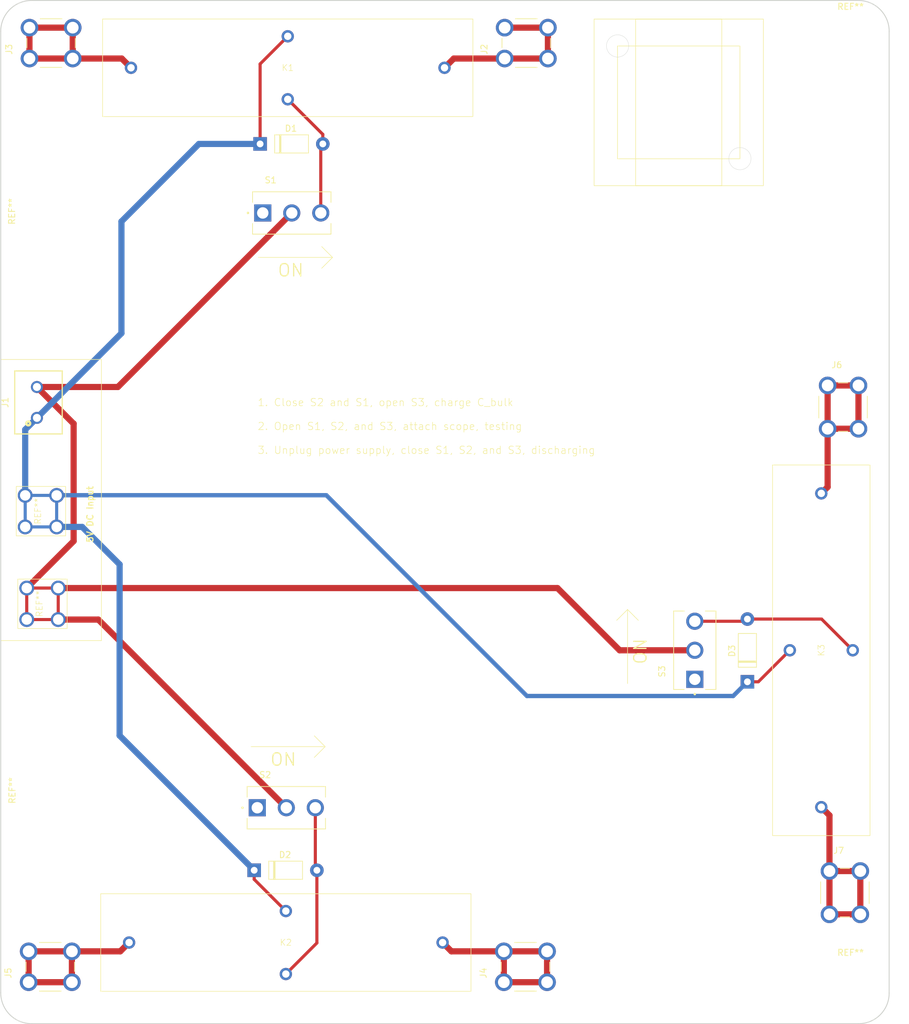
<source format=kicad_pcb>
(kicad_pcb (version 20241229) (generator "pcbnew") (generator_version "9.0")
  (layers (0 "F.Cu" signal) (2 "B.Cu" signal) (13 "F.Paste" user) (15 "B.Paste" user) (5 "F.SilkS" user "F.Silkscreen") (7 "B.SilkS" user "B.Silkscreen") (1 "F.Mask" user) (3 "B.Mask" user) (25 "Edge.Cuts" user))
  (net 0 "")
  (net 1 "GND")
  (net 2 "/7V")
  (net 3 "Net-(D1-C)")
  (net 4 "Net-(D2-C)")
  (net 5 "Net-(D3-C)")
  (net 6 "Net-(J2-1)")
  (net 7 "Net-(J3-1)")
  (net 8 "Net-(J4-1)")
  (net 9 "Net-(J5-1)")
  (net 10 "Net-(J6-1)")
  (net 11 "Net-(J7-1)")
  (footprint "ReedRelay:DAT70510" (layer "F.Cu") (at 155.5 126.8 90)
    (property "Reference" "K3" (at 0 0 90) (layer "F.SilkS") (effects (font (thickness 0.1))))
    (property "Value" "DAT70510")
    (fp_rect (start -30 -7.9) (end 30 7.9) (stroke (width 0.1)) (fill no) (layer "F.SilkS"))
    (pad "1" thru_hole circle (at -25.4 0 90) (size 2 2) (drill 1.2) (layers "*.Cu" "*.Mask") (net 11 "Net-(J7-1)"))
    (pad "2" thru_hole circle (at 25.4 0 90) (size 2 2) (drill 1.2) (layers "*.Cu" "*.Mask") (net 10 "Net-(J6-1)"))
    (pad "3" thru_hole circle (at 0 -5.1 90) (size 2 2) (drill 1.2) (layers "*.Cu" "*.Mask") (net 1 "GND"))
    (pad "4" thru_hole circle (at 0 5.1 90) (size 2 2) (drill 1.2) (layers "*.Cu" "*.Mask") (net 5 "Net-(D3-C)"))
  )
  (footprint "ReedRelay:SW_100SP1T1B1M2QEH" (layer "F.Cu") (at 69.695 56)
    (property "Reference" "S1" (at -3.425 -5.315 0) (layer "F.SilkS"))
    (property "Value" "100SP1T1B1M2QEH")
    (fp_line (start -6.35 -3.43) (end 6.35 -3.43) (stroke (width 0.127)) (layer "F.SilkS"))
    (fp_line (start -6.35 -1.7075) (end -6.35 -3.43) (stroke (width 0.127)) (layer "F.SilkS"))
    (fp_line (start -6.35 3.43) (end -6.35 1.7075) (stroke (width 0.127)) (layer "F.SilkS"))
    (fp_line (start 6.35 -3.43) (end 6.35 -1.7075) (stroke (width 0.127)) (layer "F.SilkS"))
    (fp_line (start 6.35 3.43) (end -6.35 3.43) (stroke (width 0.127)) (layer "F.SilkS"))
    (fp_line (start 6.35 3.43) (end 6.35 1.7075) (stroke (width 0.127)) (layer "F.SilkS"))
    (fp_circle (center -7.1 0) (end -7 0) (stroke (width 0.2)) (fill no) (layer "F.SilkS"))
    (pad "1" thru_hole rect (at -4.7 0) (size 2.775 2.775) (drill 1.85) (layers "*.Cu" "*.Mask"))
    (pad "2" thru_hole circle (at 0 0) (size 2.775 2.775) (drill 1.85) (layers "*.Cu" "*.Mask") (net 2 "/7V"))
    (pad "3" thru_hole circle (at 4.7 0) (size 2.775 2.775) (drill 1.85) (layers "*.Cu" "*.Mask") (net 3 "Net-(D1-C)"))
  )
  (footprint "MountingHole:MountingHole_4.3mm_M4" (layer "F.Cu") (at 160.25 181)
    (property "Reference" "REF**" (at 0 -5.25 0) (layer "F.SilkS"))
    (property "Value" "MountingHole_4.3mm_M4")
    (pad "" np_thru_hole circle (at 0 0) (size 4.3 4.3) (drill 4.3) (layers "*.Cu" "*.Mask"))
  )
  (footprint "ReedRelay:KEYSTONE_8191-SEMS" (layer "F.Cu") (at 107.695 28.5 90)
    (property "Reference" "J2" (at -1.01 -6.815 90) (layer "F.SilkS"))
    (property "Value" "8191-SEMS")
    (fp_line (start -0.755 -3.935) (end 0.755 -3.935) (stroke (width 0.127)) (layer "F.SilkS"))
    (fp_line (start 3.935 -1.76) (end 3.935 1.76) (stroke (width 0.127)) (layer "F.SilkS"))
    (fp_line (start -3.935 -1.76) (end -3.935 1.76) (stroke (width 0.127)) (layer "F.SilkS"))
    (fp_line (start -0.755 3.935) (end 0.755 3.935) (stroke (width 0.127)) (layer "F.SilkS"))
    (pad "1_1" thru_hole circle (at -2.5 3.505 90) (size 2.85 2.85) (drill 1.9) (layers "*.Cu" "*.Mask") (net 6 "Net-(J2-1)"))
    (pad "1_2" thru_hole circle (at 2.5 3.505 90) (size 2.85 2.85) (drill 1.9) (layers "*.Cu" "*.Mask") (net 6 "Net-(J2-1)"))
    (pad "1_3" thru_hole circle (at 2.5 -3.505 90) (size 2.85 2.85) (drill 1.9) (layers "*.Cu" "*.Mask") (net 6 "Net-(J2-1)"))
    (pad "1_4" thru_hole circle (at -2.5 -3.505 90) (size 2.85 2.85) (drill 1.9) (layers "*.Cu" "*.Mask") (net 6 "Net-(J2-1)"))
  )
  (footprint "MountingHole:MountingHole_4.3mm_M4" (layer "F.Cu") (at 160.25 27.85)
    (property "Reference" "REF**" (at 0 -5.25 0) (layer "F.SilkS"))
    (property "Value" "MountingHole_4.3mm_M4")
    (pad "" np_thru_hole circle (at 0 0) (size 4.3 4.3) (drill 4.3) (layers "*.Cu" "*.Mask"))
  )
  (footprint "ReedRelay:P1_DO-41" (layer "F.Cu") (at 143.525 131.905 90)
    (property "Reference" "D3" (at 5 -2.5 90) (layer "F.SilkS"))
    (property "Value" "EM513")
    (fp_line (start 7.83 -1.47) (end 7.83 1.47) (stroke (width 0.12)) (layer "F.SilkS"))
    (fp_line (start 7.8 -1.47) (end 2.36 -1.47) (stroke (width 0.12)) (layer "F.SilkS"))
    (fp_line (start 3.38 -1.47) (end 3.38 1.47) (stroke (width 0.12)) (layer "F.SilkS"))
    (fp_line (start 3.26 -1.47) (end 3.26 1.47) (stroke (width 0.12)) (layer "F.SilkS"))
    (fp_line (start 3.14 -1.47) (end 3.14 1.47) (stroke (width 0.12)) (layer "F.SilkS"))
    (fp_line (start 2.36 -1.47) (end 2.36 1.47) (stroke (width 0.12)) (layer "F.SilkS"))
    (fp_line (start 2.36 1.47) (end 7.8 1.47) (stroke (width 0.12)) (layer "F.SilkS"))
    (pad "1" thru_hole rect (at 0 0 90) (size 2.2 2.2) (drill 1.1) (layers "*.Cu" "*.Mask") (net 1 "GND"))
    (pad "2" thru_hole oval (at 10.16 0 90) (size 2.2 2.2) (drill 1.1) (layers "*.Cu" "*.Mask") (net 5 "Net-(D3-C)"))
  )
  (footprint "ReedRelay:SW_100SP1T1B1M2QEH" (layer "F.Cu") (at 68.81 152.29)
    (property "Reference" "S2" (at -3.425 -5.315 0) (layer "F.SilkS"))
    (property "Value" "100SP1T1B1M2QEH")
    (fp_line (start -6.35 -3.43) (end 6.35 -3.43) (stroke (width 0.127)) (layer "F.SilkS"))
    (fp_line (start -6.35 -1.7075) (end -6.35 -3.43) (stroke (width 0.127)) (layer "F.SilkS"))
    (fp_line (start -6.35 3.43) (end -6.35 1.7075) (stroke (width 0.127)) (layer "F.SilkS"))
    (fp_line (start 6.35 -3.43) (end 6.35 -1.7075) (stroke (width 0.127)) (layer "F.SilkS"))
    (fp_line (start 6.35 3.43) (end -6.35 3.43) (stroke (width 0.127)) (layer "F.SilkS"))
    (fp_line (start 6.35 3.43) (end 6.35 1.7075) (stroke (width 0.127)) (layer "F.SilkS"))
    (fp_circle (center -7.1 0) (end -7 0) (stroke (width 0.2)) (fill no) (layer "F.SilkS"))
    (pad "1" thru_hole rect (at -4.7 0) (size 2.775 2.775) (drill 1.85) (layers "*.Cu" "*.Mask"))
    (pad "2" thru_hole circle (at 0 0) (size 2.775 2.775) (drill 1.85) (layers "*.Cu" "*.Mask") (net 2 "/7V"))
    (pad "3" thru_hole circle (at 4.7 0) (size 2.775 2.775) (drill 1.85) (layers "*.Cu" "*.Mask") (net 4 "Net-(D2-C)"))
  )
  (footprint "ReedRelay:KEYSTONE_8191-SEMS" (layer "F.Cu") (at 107.56 178.04 90)
    (property "Reference" "J4" (at -1.01 -6.815 90) (layer "F.SilkS"))
    (property "Value" "8191-SEMS")
    (fp_line (start -0.755 -3.935) (end 0.755 -3.935) (stroke (width 0.127)) (layer "F.SilkS"))
    (fp_line (start 3.935 -1.76) (end 3.935 1.76) (stroke (width 0.127)) (layer "F.SilkS"))
    (fp_line (start -3.935 -1.76) (end -3.935 1.76) (stroke (width 0.127)) (layer "F.SilkS"))
    (fp_line (start -0.755 3.935) (end 0.755 3.935) (stroke (width 0.127)) (layer "F.SilkS"))
    (pad "1_1" thru_hole circle (at -2.5 3.505 90) (size 2.85 2.85) (drill 1.9) (layers "*.Cu" "*.Mask") (net 8 "Net-(J4-1)"))
    (pad "1_2" thru_hole circle (at 2.5 3.505 90) (size 2.85 2.85) (drill 1.9) (layers "*.Cu" "*.Mask") (net 8 "Net-(J4-1)"))
    (pad "1_3" thru_hole circle (at 2.5 -3.505 90) (size 2.85 2.85) (drill 1.9) (layers "*.Cu" "*.Mask") (net 8 "Net-(J4-1)"))
    (pad "1_4" thru_hole circle (at -2.5 -3.505 90) (size 2.85 2.85) (drill 1.9) (layers "*.Cu" "*.Mask") (net 8 "Net-(J4-1)"))
  )
  (footprint "ReedRelay:P1_DO-41" (layer "F.Cu") (at 64.565 44.825)
    (property "Reference" "D1" (at 5 -2.5 0) (layer "F.SilkS"))
    (property "Value" "EM513")
    (fp_line (start 2.36 -1.47) (end 2.36 1.47) (stroke (width 0.12)) (layer "F.SilkS"))
    (fp_line (start 2.36 1.47) (end 7.8 1.47) (stroke (width 0.12)) (layer "F.SilkS"))
    (fp_line (start 3.14 -1.47) (end 3.14 1.47) (stroke (width 0.12)) (layer "F.SilkS"))
    (fp_line (start 3.26 -1.47) (end 3.26 1.47) (stroke (width 0.12)) (layer "F.SilkS"))
    (fp_line (start 3.38 -1.47) (end 3.38 1.47) (stroke (width 0.12)) (layer "F.SilkS"))
    (fp_line (start 7.8 -1.47) (end 2.36 -1.47) (stroke (width 0.12)) (layer "F.SilkS"))
    (fp_line (start 7.83 -1.47) (end 7.83 1.47) (stroke (width 0.12)) (layer "F.SilkS"))
    (pad "1" thru_hole rect (at 0 0) (size 2.2 2.2) (drill 1.1) (layers "*.Cu" "*.Mask") (net 1 "GND"))
    (pad "2" thru_hole oval (at 10.16 0) (size 2.2 2.2) (drill 1.1) (layers "*.Cu" "*.Mask") (net 3 "Net-(D1-C)"))
  )
  (footprint "ReedRelay:SW_100SP1T1B1M2QEH" (layer "F.Cu") (at 135 126.8 90)
    (property "Reference" "S3" (at -3.425 -5.315 90) (layer "F.SilkS"))
    (property "Value" "100SP1T1B1M2QEH")
    (fp_line (start 6.35 -3.43) (end 6.35 -1.7075) (stroke (width 0.127)) (layer "F.SilkS"))
    (fp_line (start -6.35 -3.43) (end 6.35 -3.43) (stroke (width 0.127)) (layer "F.SilkS"))
    (fp_line (start -6.35 -1.7075) (end -6.35 -3.43) (stroke (width 0.127)) (layer "F.SilkS"))
    (fp_line (start 6.35 3.43) (end 6.35 1.7075) (stroke (width 0.127)) (layer "F.SilkS"))
    (fp_line (start 6.35 3.43) (end -6.35 3.43) (stroke (width 0.127)) (layer "F.SilkS"))
    (fp_line (start -6.35 3.43) (end -6.35 1.7075) (stroke (width 0.127)) (layer "F.SilkS"))
    (fp_circle (center -7.1 0) (end -7 0) (stroke (width 0.2)) (fill no) (layer "F.SilkS"))
    (pad "1" thru_hole rect (at -4.7 0 90) (size 2.775 2.775) (drill 1.85) (layers "*.Cu" "*.Mask"))
    (pad "2" thru_hole circle (at 0 0 90) (size 2.775 2.775) (drill 1.85) (layers "*.Cu" "*.Mask") (net 2 "/7V"))
    (pad "3" thru_hole circle (at 4.7 0 90) (size 2.775 2.775) (drill 1.85) (layers "*.Cu" "*.Mask") (net 5 "Net-(D3-C)"))
  )
  (footprint "MountingHole:MountingHole_4.3mm_M4" (layer "F.Cu") (at 29.65 149.5 90)
    (property "Reference" "REF**" (at 0 -5.25 90) (layer "F.SilkS"))
    (property "Value" "MountingHole_4.3mm_M4")
    (pad "" np_thru_hole circle (at 0 0 90) (size 4.3 4.3) (drill 4.3) (layers "*.Cu" "*.Mask"))
  )
  (footprint "ReedRelay:DAT70510" (layer "F.Cu") (at 68.735 174.115)
    (property "Reference" "K2" (at 0 0 0) (layer "F.SilkS") (effects (font (thickness 0.1))))
    (property "Value" "DAT70510")
    (fp_rect (start -30 -7.9) (end 30 7.9) (stroke (width 0.1)) (fill no) (layer "F.SilkS"))
    (pad "1" thru_hole circle (at -25.4 0) (size 2 2) (drill 1.2) (layers "*.Cu" "*.Mask") (net 9 "Net-(J5-1)"))
    (pad "2" thru_hole circle (at 25.4 0) (size 2 2) (drill 1.2) (layers "*.Cu" "*.Mask") (net 8 "Net-(J4-1)"))
    (pad "3" thru_hole circle (at 0 -5.1) (size 2 2) (drill 1.2) (layers "*.Cu" "*.Mask") (net 1 "GND"))
    (pad "4" thru_hole circle (at 0 5.1) (size 2 2) (drill 1.2) (layers "*.Cu" "*.Mask") (net 4 "Net-(D2-C)"))
  )
  (footprint "ReedRelay:KEYSTONE_8191-SEMS" (layer "F.Cu") (at 30.56 178.04 90)
    (property "Reference" "J5" (at -1.01 -6.815 90) (layer "F.SilkS"))
    (property "Value" "8191-SEMS")
    (fp_line (start -0.755 -3.935) (end 0.755 -3.935) (stroke (width 0.127)) (layer "F.SilkS"))
    (fp_line (start 3.935 -1.76) (end 3.935 1.76) (stroke (width 0.127)) (layer "F.SilkS"))
    (fp_line (start -3.935 -1.76) (end -3.935 1.76) (stroke (width 0.127)) (layer "F.SilkS"))
    (fp_line (start -0.755 3.935) (end 0.755 3.935) (stroke (width 0.127)) (layer "F.SilkS"))
    (pad "1_1" thru_hole circle (at -2.5 3.505 90) (size 2.85 2.85) (drill 1.9) (layers "*.Cu" "*.Mask") (net 9 "Net-(J5-1)"))
    (pad "1_2" thru_hole circle (at 2.5 3.505 90) (size 2.85 2.85) (drill 1.9) (layers "*.Cu" "*.Mask") (net 9 "Net-(J5-1)"))
    (pad "1_3" thru_hole circle (at 2.5 -3.505 90) (size 2.85 2.85) (drill 1.9) (layers "*.Cu" "*.Mask") (net 9 "Net-(J5-1)"))
    (pad "1_4" thru_hole circle (at -2.5 -3.505 90) (size 2.85 2.85) (drill 1.9) (layers "*.Cu" "*.Mask") (net 9 "Net-(J5-1)"))
  )
  (footprint "VSI_DPT:691137710002" (layer "F.Cu") (at 28.3998 86.6774 90)
    (property "Reference" "J1" (at 0 -5.135 90) (layer "F.SilkS"))
    (property "Value" "691137710002")
    (fp_line (start 5.1 -3.6) (end 5.1 4.1) (stroke (width 0.2)) (layer "F.SilkS"))
    (fp_line (start -5.1 -3.6) (end 5.1 -3.6) (stroke (width 0.2)) (layer "F.SilkS"))
    (fp_line (start 5.1 4.1) (end -5.1 4.1) (stroke (width 0.2)) (layer "F.SilkS"))
    (fp_line (start -5.1 4.1) (end -5.1 -3.6) (stroke (width 0.2)) (layer "F.SilkS"))
    (fp_circle (center -3.4 -1.4) (end -3.3 -1.4) (stroke (width 0.4)) (fill no) (layer "F.SilkS"))
    (pad "1" thru_hole circle (at -2.5 0 90) (size 1.95 1.95) (drill 1.3) (layers "*.Cu" "*.Mask") (net 1 "GND"))
    (pad "2" thru_hole circle (at 2.5 0 90) (size 1.95 1.95) (drill 1.3) (layers "*.Cu" "*.Mask") (net 2 "/7V"))
  )
  (footprint "ReedRelay:KEYSTONE_8191-SEMS" (layer "F.Cu") (at 159.325 166.045)
    (property "Reference" "J7" (at -1.01 -6.815 0) (layer "F.SilkS"))
    (property "Value" "8191-SEMS")
    (fp_line (start -3.935 -1.76) (end -3.935 1.76) (stroke (width 0.127)) (layer "F.SilkS"))
    (fp_line (start -0.755 -3.935) (end 0.755 -3.935) (stroke (width 0.127)) (layer "F.SilkS"))
    (fp_line (start -0.755 3.935) (end 0.755 3.935) (stroke (width 0.127)) (layer "F.SilkS"))
    (fp_line (start 3.935 -1.76) (end 3.935 1.76) (stroke (width 0.127)) (layer "F.SilkS"))
    (pad "1_1" thru_hole circle (at -2.5 3.505) (size 2.85 2.85) (drill 1.9) (layers "*.Cu" "*.Mask") (net 11 "Net-(J7-1)"))
    (pad "1_2" thru_hole circle (at 2.5 3.505) (size 2.85 2.85) (drill 1.9) (layers "*.Cu" "*.Mask") (net 11 "Net-(J7-1)"))
    (pad "1_3" thru_hole circle (at 2.5 -3.505) (size 2.85 2.85) (drill 1.9) (layers "*.Cu" "*.Mask") (net 11 "Net-(J7-1)"))
    (pad "1_4" thru_hole circle (at -2.5 -3.505) (size 2.85 2.85) (drill 1.9) (layers "*.Cu" "*.Mask") (net 11 "Net-(J7-1)"))
  )
  (footprint "ReedRelay:KEYSTONE_8191-SEMS" (layer "F.Cu") (at 159.025 87.43)
    (property "Reference" "J6" (at -1.01 -6.815 0) (layer "F.SilkS"))
    (property "Value" "8191-SEMS")
    (fp_line (start -3.935 -1.76) (end -3.935 1.76) (stroke (width 0.127)) (layer "F.SilkS"))
    (fp_line (start -0.755 -3.935) (end 0.755 -3.935) (stroke (width 0.127)) (layer "F.SilkS"))
    (fp_line (start -0.755 3.935) (end 0.755 3.935) (stroke (width 0.127)) (layer "F.SilkS"))
    (fp_line (start 3.935 -1.76) (end 3.935 1.76) (stroke (width 0.127)) (layer "F.SilkS"))
    (pad "1_1" thru_hole circle (at -2.5 3.505) (size 2.85 2.85) (drill 1.9) (layers "*.Cu" "*.Mask") (net 10 "Net-(J6-1)"))
    (pad "1_2" thru_hole circle (at 2.5 3.505) (size 2.85 2.85) (drill 1.9) (layers "*.Cu" "*.Mask") (net 10 "Net-(J6-1)"))
    (pad "1_3" thru_hole circle (at 2.5 -3.505) (size 2.85 2.85) (drill 1.9) (layers "*.Cu" "*.Mask") (net 10 "Net-(J6-1)"))
    (pad "1_4" thru_hole circle (at -2.5 -3.505) (size 2.85 2.85) (drill 1.9) (layers "*.Cu" "*.Mask") (net 10 "Net-(J6-1)"))
  )
  (footprint "Connector:Banana_Jack_CT3151SP-0" (layer "F.Cu") (at 29.0498 104.2774 90)
    (property "Reference" "REF**" (at 0 -0.5 90) (layer "F.SilkS") (effects (font (thickness 0.1))))
    (property "Value" "CT3151SP-0")
    (fp_rect (start -4 -4) (end 4 4) (stroke (width 0.1)) (fill no) (layer "F.SilkS"))
    (pad "1" thru_hole circle (at 2.55 -2.55 90) (size 2.4 2.4) (drill 1.7) (layers "*.Cu" "*.Mask") (net 1 "GND"))
    (pad "2" thru_hole circle (at 2.55 2.55 90) (size 2.4 2.4) (drill 1.7) (layers "*.Cu" "*.Mask") (net 1 "GND"))
    (pad "3" thru_hole circle (at -2.55 2.55 90) (size 2.4 2.4) (drill 1.7) (layers "*.Cu" "*.Mask") (net 1 "GND"))
    (pad "4" thru_hole circle (at -2.55 -2.55 90) (size 2.4 2.4) (drill 1.7) (layers "*.Cu" "*.Mask") (net 1 "GND"))
  )
  (footprint "ReedRelay:KEYSTONE_8191-SEMS" (layer "F.Cu") (at 30.695 28.5 90)
    (property "Reference" "J3" (at -1.01 -6.815 90) (layer "F.SilkS"))
    (property "Value" "8191-SEMS")
    (fp_line (start -0.755 -3.935) (end 0.755 -3.935) (stroke (width 0.127)) (layer "F.SilkS"))
    (fp_line (start 3.935 -1.76) (end 3.935 1.76) (stroke (width 0.127)) (layer "F.SilkS"))
    (fp_line (start -3.935 -1.76) (end -3.935 1.76) (stroke (width 0.127)) (layer "F.SilkS"))
    (fp_line (start -0.755 3.935) (end 0.755 3.935) (stroke (width 0.127)) (layer "F.SilkS"))
    (pad "1_1" thru_hole circle (at -2.5 3.505 90) (size 2.85 2.85) (drill 1.9) (layers "*.Cu" "*.Mask") (net 7 "Net-(J3-1)"))
    (pad "1_2" thru_hole circle (at 2.5 3.505 90) (size 2.85 2.85) (drill 1.9) (layers "*.Cu" "*.Mask") (net 7 "Net-(J3-1)"))
    (pad "1_3" thru_hole circle (at 2.5 -3.505 90) (size 2.85 2.85) (drill 1.9) (layers "*.Cu" "*.Mask") (net 7 "Net-(J3-1)"))
    (pad "1_4" thru_hole circle (at -2.5 -3.505 90) (size 2.85 2.85) (drill 1.9) (layers "*.Cu" "*.Mask") (net 7 "Net-(J3-1)"))
  )
  (footprint "ReedRelay:DAT70510" (layer "F.Cu") (at 69.045 32.5)
    (property "Reference" "K1" (at 0 0 0) (layer "F.SilkS") (effects (font (thickness 0.1))))
    (property "Value" "DAT70510")
    (fp_rect (start -30 -7.9) (end 30 7.9) (stroke (width 0.1)) (fill no) (layer "F.SilkS"))
    (pad "1" thru_hole circle (at -25.4 0) (size 2 2) (drill 1.2) (layers "*.Cu" "*.Mask") (net 7 "Net-(J3-1)"))
    (pad "2" thru_hole circle (at 25.4 0) (size 2 2) (drill 1.2) (layers "*.Cu" "*.Mask") (net 6 "Net-(J2-1)"))
    (pad "3" thru_hole circle (at 0 -5.1) (size 2 2) (drill 1.2) (layers "*.Cu" "*.Mask") (net 1 "GND"))
    (pad "4" thru_hole circle (at 0 5.1) (size 2 2) (drill 1.2) (layers "*.Cu" "*.Mask") (net 3 "Net-(D1-C)"))
  )
  (footprint "MountingHole:MountingHole_4.3mm_M4" (layer "F.Cu") (at 29.6 55.75 90)
    (property "Reference" "REF**" (at 0 -5.25 90) (layer "F.SilkS"))
    (property "Value" "MountingHole_4.3mm_M4")
    (pad "" np_thru_hole circle (at 0 0 90) (size 4.3 4.3) (drill 4.3) (layers "*.Cu" "*.Mask"))
  )
  (footprint "Connector:Banana_Jack_CT3151SP-0" (layer "F.Cu") (at 29.2998 119.2774 90)
    (property "Reference" "REF**" (at 0 -0.5 90) (layer "F.SilkS") (effects (font (thickness 0.1))))
    (property "Value" "CT3151SP-0")
    (fp_rect (start -4 -4) (end 4 4) (stroke (width 0.1)) (fill no) (layer "F.SilkS"))
    (pad "1" thru_hole circle (at 2.55 -2.55 90) (size 2.4 2.4) (drill 1.7) (layers "*.Cu" "*.Mask") (net 2 "/7V"))
    (pad "2" thru_hole circle (at 2.55 2.55 90) (size 2.4 2.4) (drill 1.7) (layers "*.Cu" "*.Mask") (net 2 "/7V"))
    (pad "3" thru_hole circle (at -2.55 -2.55 90) (size 2.4 2.4) (drill 1.7) (layers "*.Cu" "*.Mask") (net 2 "/7V"))
    (pad "3" thru_hole circle (at -2.55 2.55 90) (size 2.4 2.4) (drill 1.7) (layers "*.Cu" "*.Mask") (net 2 "/7V"))
  )
  (footprint "ReedRelay:P1_DO-41" (layer "F.Cu") (at 63.605 162.415)
    (property "Reference" "D2" (at 5 -2.5 0) (layer "F.SilkS"))
    (property "Value" "EM513")
    (fp_line (start 2.36 -1.47) (end 2.36 1.47) (stroke (width 0.12)) (layer "F.SilkS"))
    (fp_line (start 2.36 1.47) (end 7.8 1.47) (stroke (width 0.12)) (layer "F.SilkS"))
    (fp_line (start 3.14 -1.47) (end 3.14 1.47) (stroke (width 0.12)) (layer "F.SilkS"))
    (fp_line (start 3.26 -1.47) (end 3.26 1.47) (stroke (width 0.12)) (layer "F.SilkS"))
    (fp_line (start 3.38 -1.47) (end 3.38 1.47) (stroke (width 0.12)) (layer "F.SilkS"))
    (fp_line (start 7.8 -1.47) (end 2.36 -1.47) (stroke (width 0.12)) (layer "F.SilkS"))
    (fp_line (start 7.83 -1.47) (end 7.83 1.47) (stroke (width 0.12)) (layer "F.SilkS"))
    (pad "1" thru_hole rect (at 0 0) (size 2.2 2.2) (drill 1.1) (layers "*.Cu" "*.Mask") (net 1 "GND"))
    (pad "2" thru_hole oval (at 10.16 0) (size 2.2 2.2) (drill 1.1) (layers "*.Cu" "*.Mask") (net 4 "Net-(D2-C)"))
  )
  (gr_line (start 76.3 63.2) (end 74.55 61.45) (stroke (width 0.1)) (layer "F.SilkS"))
  (gr_line (start 75.1 142.4) (end 73.35 144.15) (stroke (width 0.1)) (layer "F.SilkS"))
  (gr_line (start 75.1 142.4) (end 73.35 140.65) (stroke (width 0.1)) (layer "F.SilkS"))
  (gr_line (start 22.5998 79.7274) (end 38.8498 79.7274) (stroke (width 0.1)) (layer "F.SilkS"))
  (gr_line (start 38.8498 79.7274) (end 38.8498 125.2274) (stroke (width 0.1)) (layer "F.SilkS"))
  (gr_line (start 76.3 63.2) (end 74.55 64.95) (stroke (width 0.1)) (layer "F.SilkS"))
  (gr_rect (start 122.48 28.97) (end 142.32 47.23) (stroke (width 0.1)) (fill no) (layer "F.SilkS"))
  (gr_line (start 63.1 142.4) (end 75.1 142.4) (stroke (width 0.1)) (layer "F.SilkS"))
  (gr_rect (start 118.685 24.615) (end 146.115 51.585) (stroke (width 0.1)) (fill no) (layer "F.SilkS"))
  (gr_line (start 22.5998 125.2274) (end 38.8498 125.2274) (stroke (width 0.1)) (layer "F.SilkS"))
  (gr_line (start 124.1 120.2) (end 122.35 121.95) (stroke (width 0.1)) (layer "F.SilkS"))
  (gr_line (start 124.1 132.2) (end 124.1 120.2) (stroke (width 0.1)) (layer "F.SilkS"))
  (gr_line (start 64.3 63.2) (end 76.3 63.2) (stroke (width 0.1)) (layer "F.SilkS"))
  (gr_rect (start 125.415 24.615) (end 139.385 51.585) (stroke (width 0.1)) (fill no) (layer "F.SilkS"))
  (gr_line (start 124.1 120.2) (end 125.85 121.95) (stroke (width 0.1)) (layer "F.SilkS"))
  (gr_arc (start 161.5 21.6) (mid 165.035534 23.064466) (end 166.5 26.6) (stroke (width 0.15)) (layer "Edge.Cuts"))
  (gr_arc (start 22.535531 26.56) (mid 24.014145 23.050377) (end 27.535531 21.6) (stroke (width 0.15)) (layer "Edge.Cuts"))
  (gr_circle (center 122.49 28.96) (end 124.29 28.96) (stroke (width 0.05)) (fill no) (layer "Edge.Cuts"))
  (gr_arc (start 27.535531 187.25) (mid 23.999996 185.785535) (end 22.535531 182.25) (stroke (width 0.15)) (layer "Edge.Cuts"))
  (gr_line (start 27.535531 187.25) (end 161.5 187.25) (stroke (width 0.15)) (layer "Edge.Cuts"))
  (gr_circle (center 142.315 47.21) (end 144.115 47.21) (stroke (width 0.05)) (fill no) (layer "Edge.Cuts"))
  (gr_line (start 22.535532 26.56) (end 22.535532 182.25) (stroke (width 0.15)) (layer "Edge.Cuts"))
  (gr_line (start 166.495 26.6) (end 166.495 182.29) (stroke (width 0.15)) (layer "Edge.Cuts"))
  (gr_arc (start 166.495 182.29) (mid 165.030535 185.825535) (end 161.495 187.25) (stroke (width 0.15)) (layer "Edge.Cuts"))
  (gr_line (start 27.535531 21.6) (end 161.5 21.6) (stroke (width 0.15)) (layer "Edge.Cuts"))
  (gr_text "5V DC Input" (at 37.5998 109.4774 90) (layer "F.SilkS") (effects (font (size 1 1) (thickness 0.2) (bold yes)) (justify left bottom)))
  (gr_text "ON" (at 127.35 129.2 90) (layer "F.SilkS") (effects (font (size 2 2) (thickness 0.2) (bold yes)) (justify left bottom)))
  (gr_text "1. Close S2 and S1, open S3, charge C_bulk\n\n2. Open S1, S2, and S3, attach scope, testing\n\n3. Unplug power supply, close S1, S2, and S3, discharging" (at 64.1 95.1 0) (layer "F.SilkS") (effects (font (size 1.2 1.2) (thickness 0.1)) (justify left bottom)))
  (gr_text "ON" (at 66.1 145.65 0) (layer "F.SilkS") (effects (font (size 2 2) (thickness 0.2) (bold yes)) (justify left bottom)))
  (gr_text "ON" (at 67.3 66.45 0) (layer "F.SilkS") (effects (font (size 2 2) (thickness 0.2) (bold yes)) (justify left bottom)))
  (segment (start 63.605 162.415) (end 63.605 163.885) (width 0.5) (layer "F.Cu") (net 1))
  (segment (start 64.565 44.825) (end 64.565 31.88) (width 0.5) (layer "F.Cu") (net 1))
  (segment (start 63.605 163.885) (end 68.735 169.015) (width 0.5) (layer "F.Cu") (net 1))
  (segment (start 143.525 131.905) (end 145.295 131.905) (width 0.5) (layer "F.Cu") (net 1))
  (segment (start 145.295 131.905) (end 150.4 126.8) (width 0.5) (layer "F.Cu") (net 1))
  (segment (start 64.565 31.88) (end 69.045 27.4) (width 0.5) (layer "F.Cu") (net 1))
  (segment (start 26.4998 91.0774) (end 28.3998 89.1774) (width 1) (layer "B.Cu") (net 1))
  (segment (start 26.4998 101.7274) (end 26.4998 91.0774) (width 1) (layer "B.Cu") (net 1))
  (segment (start 54.6518 44.825) (end 64.565 44.825) (width 1) (layer "B.Cu") (net 1))
  (segment (start 75.3 101.7) (end 107.8 134.2) (width 0.7) (layer "B.Cu") (net 1))
  (segment (start 31.6272 101.7) (end 75.3 101.7) (width 0.7) (layer "B.Cu") (net 1))
  (segment (start 42.095 57.3818) (end 54.6518 44.825) (width 1) (layer "B.Cu") (net 1))
  (segment (start 31.5998 106.8274) (end 31.5998 101.7274) (width 0.5) (layer "B.Cu") (net 1))
  (segment (start 141.23 134.2) (end 143.525 131.905) (width 0.7) (layer "B.Cu") (net 1))
  (segment (start 41.8 112.9) (end 41.8 140.61) (width 1) (layer "B.Cu") (net 1))
  (segment (start 42.095 75.4822) (end 42.095 57.3818) (width 1) (layer "B.Cu") (net 1))
  (segment (start 26.4998 106.8274) (end 31.5998 106.8274) (width 0.5) (layer "B.Cu") (net 1))
  (segment (start 35.7274 106.8274) (end 41.8 112.9) (width 1) (layer "B.Cu") (net 1))
  (segment (start 31.5998 101.7274) (end 31.6272 101.7) (width 0.7) (layer "B.Cu") (net 1))
  (segment (start 107.8 134.2) (end 141.23 134.2) (width 0.7) (layer "B.Cu") (net 1))
  (segment (start 41.8 140.61) (end 63.605 162.415) (width 1) (layer "B.Cu") (net 1))
  (segment (start 28.3998 89.1774) (end 42.095 75.4822) (width 1) (layer "B.Cu") (net 1))
  (segment (start 31.5998 106.8274) (end 35.7274 106.8274) (width 1) (layer "B.Cu") (net 1))
  (segment (start 26.4998 101.7274) (end 26.4998 106.8274) (width 0.5) (layer "B.Cu") (net 1))
  (segment (start 26.4998 101.7274) (end 31.5998 101.7274) (width 0.5) (layer "B.Cu") (net 1))
  (segment (start 38.3474 121.8274) (end 68.81 152.29) (width 1) (layer "F.Cu") (net 2))
  (segment (start 122.82 126.8) (end 135 126.8) (width 1) (layer "F.Cu") (net 2))
  (segment (start 26.7498 121.8274) (end 31.8498 121.8274) (width 0.5) (layer "F.Cu") (net 2))
  (segment (start 112.7474 116.7274) (end 122.82 126.8) (width 1) (layer "F.Cu") (net 2))
  (segment (start 28.3998 84.1774) (end 41.5176 84.1774) (width 1) (layer "F.Cu") (net 2))
  (segment (start 34.345 90.105) (end 34.345 109.1322) (width 1) (layer "F.Cu") (net 2))
  (segment (start 31.8498 121.8274) (end 38.3474 121.8274) (width 1) (layer "F.Cu") (net 2))
  (segment (start 26.7498 116.7274) (end 26.7498 121.8274) (width 0.5) (layer "F.Cu") (net 2))
  (segment (start 41.5176 84.1774) (end 69.695 56) (width 1) (layer "F.Cu") (net 2))
  (segment (start 31.8498 116.7274) (end 112.7474 116.7274) (width 1) (layer "F.Cu") (net 2))
  (segment (start 34.345 109.1322) (end 26.7498 116.7274) (width 1) (layer "F.Cu") (net 2))
  (segment (start 31.8498 121.8274) (end 31.8498 116.7274) (width 0.5) (layer "F.Cu") (net 2))
  (segment (start 34.3274 90.105) (end 34.345 90.105) (width 1) (layer "F.Cu") (net 2))
  (segment (start 26.7498 116.7274) (end 31.8498 116.7274) (width 0.5) (layer "F.Cu") (net 2))
  (segment (start 28.3998 84.1774) (end 34.3274 90.105) (width 1) (layer "F.Cu") (net 2))
  (segment (start 69.045 37.6) (end 74.725 43.28) (width 0.5) (layer "F.Cu") (net 3))
  (segment (start 74.725 43.28) (end 74.725 44.825) (width 0.5) (layer "F.Cu") (net 3))
  (segment (start 74.395 45.155) (end 74.725 44.825) (width 0.5) (layer "F.Cu") (net 3))
  (segment (start 74.395 56) (end 74.395 45.155) (width 0.5) (layer "F.Cu") (net 3))
  (segment (start 73.51 162.16) (end 73.765 162.415) (width 0.5) (layer "F.Cu") (net 4))
  (segment (start 73.51 152.29) (end 73.51 162.16) (width 0.5) (layer "F.Cu") (net 4))
  (segment (start 73.765 174.185) (end 68.735 179.215) (width 0.5) (layer "F.Cu") (net 4))
  (segment (start 73.765 162.415) (end 73.765 174.185) (width 0.5) (layer "F.Cu") (net 4))
  (segment (start 155.545 121.745) (end 160.6 126.8) (width 0.5) (layer "F.Cu") (net 5))
  (segment (start 135 122.1) (end 143.17 122.1) (width 0.5) (layer "F.Cu") (net 5))
  (segment (start 143.17 122.1) (end 143.525 121.745) (width 0.5) (layer "F.Cu") (net 5))
  (segment (start 143.525 121.745) (end 155.545 121.745) (width 0.5) (layer "F.Cu") (net 5))
  (segment (start 104.19 26) (end 111.2 26) (width 1) (layer "F.Cu") (net 6))
  (segment (start 94.445 32.5) (end 95.945 31) (width 1) (layer "F.Cu") (net 6))
  (segment (start 111.2 31) (end 104.19 31) (width 1) (layer "F.Cu") (net 6))
  (segment (start 111.2 31) (end 111.2 26) (width 1) (layer "F.Cu") (net 6))
  (segment (start 95.945 31) (end 104.19 31) (width 1) (layer "F.Cu") (net 6))
  (segment (start 34.2 31) (end 27.19 31) (width 1) (layer "F.Cu") (net 7))
  (segment (start 34.2 26) (end 34.2 31) (width 1) (layer "F.Cu") (net 7))
  (segment (start 27.19 31) (end 27.19 26) (width 1) (layer "F.Cu") (net 7))
  (segment (start 34.2 31) (end 42.145 31) (width 1) (layer "F.Cu") (net 7))
  (segment (start 42.145 31) (end 43.645 32.5) (width 1) (layer "F.Cu") (net 7))
  (segment (start 27.19 26) (end 26.548 25.358) (width 1) (layer "F.Cu") (net 7))
  (segment (start 27.19 26) (end 34.2 26) (width 1) (layer "F.Cu") (net 7))
  (segment (start 95.56 175.54) (end 104.055 175.54) (width 1) (layer "F.Cu") (net 8))
  (segment (start 104.055 175.54) (end 104.055 180.54) (width 1) (layer "F.Cu") (net 8))
  (segment (start 104.055 180.54) (end 111.065 180.54) (width 1) (layer "F.Cu") (net 8))
  (segment (start 104.055 175.54) (end 111.065 175.54) (width 1) (layer "F.Cu") (net 8))
  (segment (start 111.065 180.54) (end 111.065 175.54) (width 1) (layer "F.Cu") (net 8))
  (segment (start 94.135 174.115) (end 95.56 175.54) (width 1) (layer "F.Cu") (net 8))
  (segment (start 27.055 180.54) (end 27.055 175.54) (width 1) (layer "F.Cu") (net 9))
  (segment (start 27.055 175.54) (end 34.065 175.54) (width 1) (layer "F.Cu") (net 9))
  (segment (start 27.055 180.54) (end 34.065 180.54) (width 1) (layer "F.Cu") (net 9))
  (segment (start 41.91 175.54) (end 43.335 174.115) (width 1) (layer "F.Cu") (net 9))
  (segment (start 34.065 180.54) (end 34.065 175.54) (width 1) (layer "F.Cu") (net 9))
  (segment (start 34.065 175.54) (end 41.91 175.54) (width 1) (layer "F.Cu") (net 9))
  (segment (start 161.525 90.935) (end 161.525 83.925) (width 1) (layer "F.Cu") (net 10))
  (segment (start 156.525 90.935) (end 161.525 90.935) (width 1) (layer "F.Cu") (net 10))
  (segment (start 156.525 83.925) (end 161.525 83.925) (width 1) (layer "F.Cu") (net 10))
  (segment (start 156.525 100.375) (end 155.5 101.4) (width 1) (layer "F.Cu") (net 10))
  (segment (start 156.525 83.925) (end 156.525 90.935) (width 1) (layer "F.Cu") (net 10))
  (segment (start 156.525 90.935) (end 156.525 100.375) (width 1) (layer "F.Cu") (net 10))
  (segment (start 161.825 162.54) (end 161.825 169.55) (width 1) (layer "F.Cu") (net 11))
  (segment (start 156.825 162.54) (end 161.825 162.54) (width 1) (layer "F.Cu") (net 11))
  (segment (start 161.825 169.55) (end 156.825 169.55) (width 1) (layer "F.Cu") (net 11))
  (segment (start 156.825 153.525) (end 156.825 162.54) (width 1) (layer "F.Cu") (net 11))
  (segment (start 155.5 152.2) (end 156.825 153.525) (width 1) (layer "F.Cu") (net 11))
  (segment (start 156.825 162.54) (end 156.825 169.55) (width 1) (layer "F.Cu") (net 11))
)
</source>
